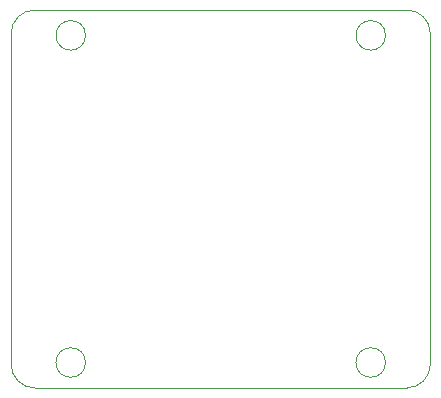
<source format=gbr>
G04 #@! TF.FileFunction,Drawing*
%FSLAX46Y46*%
G04 Gerber Fmt 4.6, Leading zero omitted, Abs format (unit mm)*
G04 Created by KiCad (PCBNEW 4.0.6) date 07/28/17 14:14:33*
%MOMM*%
%LPD*%
G01*
G04 APERTURE LIST*
%ADD10C,0.100000*%
G04 APERTURE END LIST*
D10*
X101050000Y-57650000D02*
G75*
G02X99050000Y-59650000I-2000000J0D01*
G01*
X97250000Y-57500000D02*
G75*
G03X97250000Y-57500000I-1250000J0D01*
G01*
X97250000Y-29800000D02*
G75*
G03X97250000Y-29800000I-1250000J0D01*
G01*
X99050000Y-27650000D02*
G75*
G02X101050000Y-29650000I0J-2000000D01*
G01*
X71850000Y-57500000D02*
G75*
G03X71850000Y-57500000I-1250000J0D01*
G01*
X65550000Y-29650000D02*
X65550000Y-57650000D01*
X67550000Y-59650000D02*
X99050000Y-59650000D01*
X101050000Y-29650000D02*
X101050000Y-57650000D01*
X67550000Y-59650000D02*
G75*
G02X65550000Y-57650000I0J2000000D01*
G01*
X65550000Y-29650000D02*
G75*
G02X67550000Y-27650000I2000000J0D01*
G01*
X67550000Y-27650000D02*
X99050000Y-27650000D01*
X71850000Y-29800000D02*
G75*
G03X71850000Y-29800000I-1250000J0D01*
G01*
M02*

</source>
